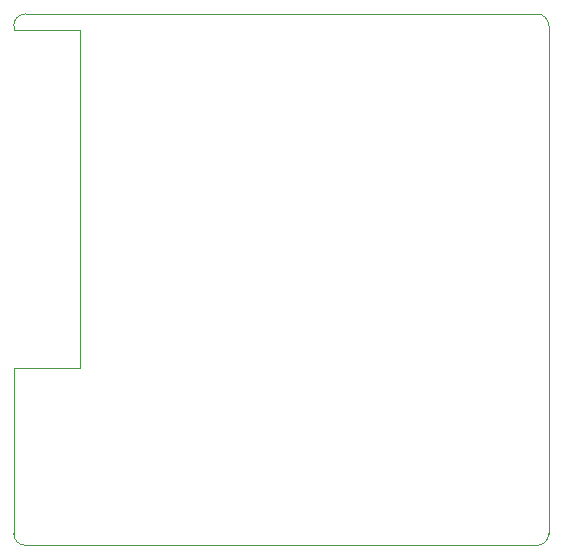
<source format=gbr>
%TF.GenerationSoftware,KiCad,Pcbnew,(5.1.10-1-10_14)*%
%TF.CreationDate,2021-06-21T19:24:18+01:00*%
%TF.ProjectId,IAQ_Project,4941515f-5072-46f6-9a65-63742e6b6963,rev?*%
%TF.SameCoordinates,Original*%
%TF.FileFunction,Profile,NP*%
%FSLAX46Y46*%
G04 Gerber Fmt 4.6, Leading zero omitted, Abs format (unit mm)*
G04 Created by KiCad (PCBNEW (5.1.10-1-10_14)) date 2021-06-21 19:24:18*
%MOMM*%
%LPD*%
G01*
G04 APERTURE LIST*
%TA.AperFunction,Profile*%
%ADD10C,0.050000*%
%TD*%
G04 APERTURE END LIST*
D10*
X89300000Y-77000000D02*
X89300000Y-77900000D01*
X88300000Y-76000000D02*
X84500000Y-76000000D01*
X89300000Y-87200000D02*
X89300000Y-77900000D01*
X89300000Y-106300000D02*
X89300000Y-87200000D01*
X89300000Y-120000000D02*
X89300000Y-106300000D01*
X88300000Y-121000000D02*
X84500000Y-121000000D01*
X84500000Y-121000000D02*
X45000000Y-121000000D01*
X72700000Y-76000000D02*
X84500000Y-76000000D01*
X58400000Y-76000000D02*
X72700000Y-76000000D01*
X45000000Y-76000000D02*
X58400000Y-76000000D01*
X44000000Y-77000000D02*
X44000000Y-77400000D01*
X49600000Y-77400000D02*
X44000000Y-77400000D01*
X49600000Y-82400000D02*
X49600000Y-77400000D01*
X49600000Y-88100000D02*
X49600000Y-82400000D01*
X49600000Y-93200000D02*
X49600000Y-88100000D01*
X49600000Y-97900000D02*
X49600000Y-93200000D01*
X49600000Y-101500000D02*
X49600000Y-97900000D01*
X49600000Y-106000000D02*
X49600000Y-101500000D01*
X49500000Y-106000000D02*
X49600000Y-106000000D01*
X44000000Y-106000000D02*
X49500000Y-106000000D01*
X44000000Y-120000000D02*
X44000000Y-106000000D01*
X89300000Y-120000000D02*
G75*
G02*
X88300000Y-121000000I-1000000J0D01*
G01*
X88300000Y-76000000D02*
G75*
G02*
X89300000Y-77000000I0J-1000000D01*
G01*
X44000000Y-77000000D02*
G75*
G02*
X45000000Y-76000000I1000000J0D01*
G01*
X45000000Y-121000000D02*
G75*
G02*
X44000000Y-120000000I0J1000000D01*
G01*
M02*

</source>
